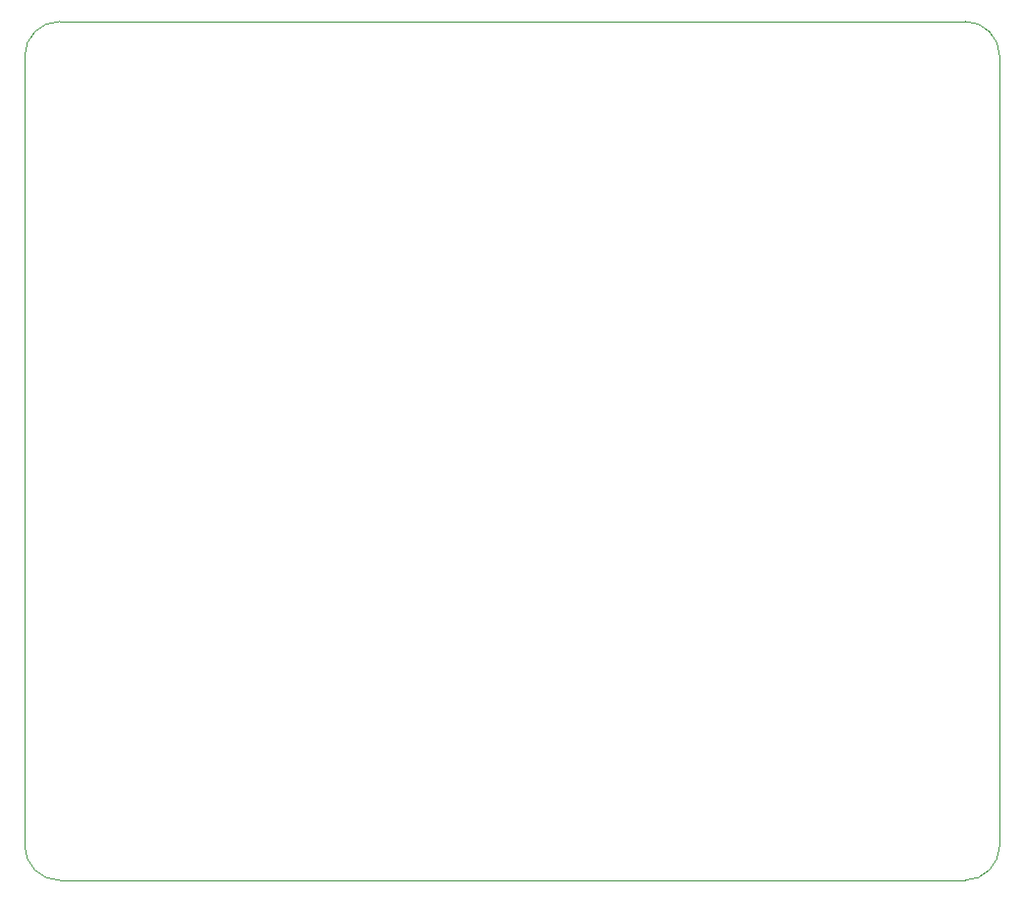
<source format=gbr>
G04 #@! TF.GenerationSoftware,KiCad,Pcbnew,(5.1.4)-1*
G04 #@! TF.CreationDate,2019-10-10T13:13:51+09:00*
G04 #@! TF.ProjectId,stm32f446_main,73746d33-3266-4343-9436-5f6d61696e2e,rev?*
G04 #@! TF.SameCoordinates,Original*
G04 #@! TF.FileFunction,Profile,NP*
%FSLAX46Y46*%
G04 Gerber Fmt 4.6, Leading zero omitted, Abs format (unit mm)*
G04 Created by KiCad (PCBNEW (5.1.4)-1) date 2019-10-10 13:13:51*
%MOMM*%
%LPD*%
G04 APERTURE LIST*
%ADD10C,0.050000*%
G04 APERTURE END LIST*
D10*
X149000000Y-121000000D02*
G75*
G02X146000000Y-118000000I0J3000000D01*
G01*
X146000000Y-50000000D02*
G75*
G02X149000000Y-47000000I3000000J0D01*
G01*
X227000000Y-47000000D02*
G75*
G02X230000000Y-50000000I0J-3000000D01*
G01*
X230000000Y-118000000D02*
G75*
G02X227000000Y-121000000I-3000000J0D01*
G01*
X230000000Y-118000000D02*
X230000000Y-50000000D01*
X149000000Y-121000000D02*
X227000000Y-121000000D01*
X146000000Y-50000000D02*
X146000000Y-118000000D01*
X227000000Y-47000000D02*
X149000000Y-47000000D01*
M02*

</source>
